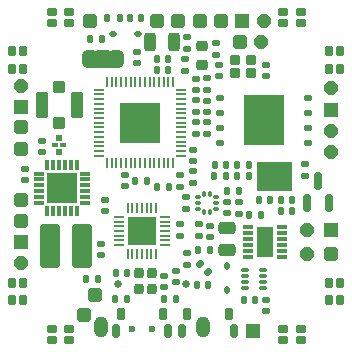
<source format=gbr>
%TF.GenerationSoftware,KiCad,Pcbnew,9.0.5*%
%TF.CreationDate,2025-10-07T19:58:41+02:00*%
%TF.ProjectId,Kolibri v0.6,4b6f6c69-6272-4692-9076-302e362e6b69,rev?*%
%TF.SameCoordinates,Original*%
%TF.FileFunction,Soldermask,Top*%
%TF.FilePolarity,Negative*%
%FSLAX46Y46*%
G04 Gerber Fmt 4.6, Leading zero omitted, Abs format (unit mm)*
G04 Created by KiCad (PCBNEW 9.0.5) date 2025-10-07 19:58:41*
%MOMM*%
%LPD*%
G01*
G04 APERTURE LIST*
G04 Aperture macros list*
%AMRoundRect*
0 Rectangle with rounded corners*
0 $1 Rounding radius*
0 $2 $3 $4 $5 $6 $7 $8 $9 X,Y pos of 4 corners*
0 Add a 4 corners polygon primitive as box body*
4,1,4,$2,$3,$4,$5,$6,$7,$8,$9,$2,$3,0*
0 Add four circle primitives for the rounded corners*
1,1,$1+$1,$2,$3*
1,1,$1+$1,$4,$5*
1,1,$1+$1,$6,$7*
1,1,$1+$1,$8,$9*
0 Add four rect primitives between the rounded corners*
20,1,$1+$1,$2,$3,$4,$5,0*
20,1,$1+$1,$4,$5,$6,$7,0*
20,1,$1+$1,$6,$7,$8,$9,0*
20,1,$1+$1,$8,$9,$2,$3,0*%
%AMOutline5P*
0 Free polygon, 5 corners , with rotation*
0 The origin of the aperture is its center*
0 number of corners: always 5*
0 $1 to $10 corner X, Y*
0 $11 Rotation angle, in degrees counterclockwise*
0 create outline with 5 corners*
4,1,5,$1,$2,$3,$4,$5,$6,$7,$8,$9,$10,$1,$2,$11*%
%AMOutline6P*
0 Free polygon, 6 corners , with rotation*
0 The origin of the aperture is its center*
0 number of corners: always 6*
0 $1 to $12 corner X, Y*
0 $13 Rotation angle, in degrees counterclockwise*
0 create outline with 6 corners*
4,1,6,$1,$2,$3,$4,$5,$6,$7,$8,$9,$10,$11,$12,$1,$2,$13*%
%AMOutline7P*
0 Free polygon, 7 corners , with rotation*
0 The origin of the aperture is its center*
0 number of corners: always 7*
0 $1 to $14 corner X, Y*
0 $15 Rotation angle, in degrees counterclockwise*
0 create outline with 7 corners*
4,1,7,$1,$2,$3,$4,$5,$6,$7,$8,$9,$10,$11,$12,$13,$14,$1,$2,$15*%
%AMOutline8P*
0 Free polygon, 8 corners , with rotation*
0 The origin of the aperture is its center*
0 number of corners: always 8*
0 $1 to $16 corner X, Y*
0 $17 Rotation angle, in degrees counterclockwise*
0 create outline with 8 corners*
4,1,8,$1,$2,$3,$4,$5,$6,$7,$8,$9,$10,$11,$12,$13,$14,$15,$16,$1,$2,$17*%
%AMFreePoly0*
4,1,23,0.550000,-0.750000,0.000000,-0.750000,0.000000,-0.745722,-0.065263,-0.745722,-0.191342,-0.711940,-0.304381,-0.646677,-0.396677,-0.554381,-0.461940,-0.441342,-0.495722,-0.315263,-0.495722,-0.250000,-0.500000,-0.250000,-0.500000,0.250000,-0.495722,0.250000,-0.495722,0.315263,-0.461940,0.441342,-0.396677,0.554381,-0.304381,0.646677,-0.191342,0.711940,-0.065263,0.745722,0.000000,0.745722,
0.000000,0.750000,0.550000,0.750000,0.550000,-0.750000,0.550000,-0.750000,$1*%
%AMFreePoly1*
4,1,23,0.000000,0.745722,0.065263,0.745722,0.191342,0.711940,0.304381,0.646677,0.396677,0.554381,0.461940,0.441342,0.495722,0.315263,0.495722,0.250000,0.500000,0.250000,0.500000,-0.250000,0.495722,-0.250000,0.495722,-0.315263,0.461940,-0.441342,0.396677,-0.554381,0.304381,-0.646677,0.191342,-0.711940,0.065263,-0.745722,0.000000,-0.745722,0.000000,-0.750000,-0.550000,-0.750000,
-0.550000,0.750000,0.000000,0.750000,0.000000,0.745722,0.000000,0.745722,$1*%
G04 Aperture macros list end*
%ADD10RoundRect,0.135000X-0.185000X0.135000X-0.185000X-0.135000X0.185000X-0.135000X0.185000X0.135000X0*%
%ADD11RoundRect,0.300000X-0.300000X-0.300000X0.300000X-0.300000X0.300000X0.300000X-0.300000X0.300000X0*%
%ADD12RoundRect,0.147500X0.172500X-0.147500X0.172500X0.147500X-0.172500X0.147500X-0.172500X-0.147500X0*%
%ADD13RoundRect,0.097500X-0.302500X-0.227500X0.302500X-0.227500X0.302500X0.227500X-0.302500X0.227500X0*%
%ADD14RoundRect,0.140000X-0.140000X-0.170000X0.140000X-0.170000X0.140000X0.170000X-0.140000X0.170000X0*%
%ADD15Outline8P,-0.600000X0.240000X-0.240000X0.600000X0.240000X0.600000X0.600000X0.240000X0.600000X-0.240000X0.240000X-0.600000X-0.240000X-0.600000X-0.600000X-0.240000X90.000000*%
%ADD16R,0.850000X0.300000*%
%ADD17R,0.300000X0.850000*%
%ADD18R,2.650000X2.650000*%
%ADD19RoundRect,0.135000X-0.135000X-0.185000X0.135000X-0.185000X0.135000X0.185000X-0.135000X0.185000X0*%
%ADD20R,1.200000X1.200000*%
%ADD21RoundRect,0.140000X-0.170000X0.140000X-0.170000X-0.140000X0.170000X-0.140000X0.170000X0.140000X0*%
%ADD22RoundRect,0.140000X0.140000X0.170000X-0.140000X0.170000X-0.140000X-0.170000X0.140000X-0.170000X0*%
%ADD23RoundRect,0.250000X0.600000X1.600000X-0.600000X1.600000X-0.600000X-1.600000X0.600000X-1.600000X0*%
%ADD24RoundRect,0.140000X0.170000X-0.140000X0.170000X0.140000X-0.170000X0.140000X-0.170000X-0.140000X0*%
%ADD25Outline8P,-0.600000X0.240000X-0.240000X0.600000X0.240000X0.600000X0.600000X0.240000X0.600000X-0.240000X0.240000X-0.600000X-0.240000X-0.600000X-0.600000X-0.240000X0.000000*%
%ADD26RoundRect,0.112500X-0.112500X0.187500X-0.112500X-0.187500X0.112500X-0.187500X0.112500X0.187500X0*%
%ADD27R,0.900000X0.300000*%
%ADD28R,1.400000X2.600000*%
%ADD29RoundRect,0.097500X-0.227500X0.302500X-0.227500X-0.302500X0.227500X-0.302500X0.227500X0.302500X0*%
%ADD30RoundRect,0.135000X0.135000X0.185000X-0.135000X0.185000X-0.135000X-0.185000X0.135000X-0.185000X0*%
%ADD31RoundRect,0.135000X0.185000X-0.135000X0.185000X0.135000X-0.185000X0.135000X-0.185000X-0.135000X0*%
%ADD32C,0.600000*%
%ADD33RoundRect,0.175000X-0.175000X-0.375000X0.175000X-0.375000X0.175000X0.375000X-0.175000X0.375000X0*%
%ADD34RoundRect,0.150000X-0.150000X-0.450000X0.150000X-0.450000X0.150000X0.450000X-0.150000X0.450000X0*%
%ADD35RoundRect,0.100000X0.400000X0.400000X-0.400000X0.400000X-0.400000X-0.400000X0.400000X-0.400000X0*%
%ADD36RoundRect,0.105000X0.420000X0.995000X-0.420000X0.995000X-0.420000X-0.995000X0.420000X-0.995000X0*%
%ADD37RoundRect,0.112500X-0.187500X-0.112500X0.187500X-0.112500X0.187500X0.112500X-0.187500X0.112500X0*%
%ADD38RoundRect,0.097500X0.302500X0.227500X-0.302500X0.227500X-0.302500X-0.227500X0.302500X-0.227500X0*%
%ADD39RoundRect,0.250000X-0.250000X-0.550000X0.250000X-0.550000X0.250000X0.550000X-0.250000X0.550000X0*%
%ADD40RoundRect,0.147500X-0.226274X-0.017678X-0.017678X-0.226274X0.226274X0.017678X0.017678X0.226274X0*%
%ADD41FreePoly0,180.000000*%
%ADD42R,1.000000X1.500000*%
%ADD43FreePoly1,180.000000*%
%ADD44RoundRect,0.200000X-0.250000X-0.200000X0.250000X-0.200000X0.250000X0.200000X-0.250000X0.200000X0*%
%ADD45RoundRect,0.112500X-0.250000X-0.112500X0.250000X-0.112500X0.250000X0.112500X-0.250000X0.112500X0*%
%ADD46RoundRect,0.112500X-0.112500X-0.250000X0.112500X-0.250000X0.112500X0.250000X-0.112500X0.250000X0*%
%ADD47RoundRect,0.050000X-0.285000X-0.100000X0.285000X-0.100000X0.285000X0.100000X-0.285000X0.100000X0*%
%ADD48RoundRect,0.200000X0.200000X-0.250000X0.200000X0.250000X-0.200000X0.250000X-0.200000X-0.250000X0*%
%ADD49RoundRect,0.087500X0.087500X-0.125000X0.087500X0.125000X-0.087500X0.125000X-0.087500X-0.125000X0*%
%ADD50RoundRect,0.087500X0.125000X-0.087500X0.125000X0.087500X-0.125000X0.087500X-0.125000X-0.087500X0*%
%ADD51RoundRect,0.050000X0.387500X-0.050000X0.387500X0.050000X-0.387500X0.050000X-0.387500X-0.050000X0*%
%ADD52RoundRect,0.050000X-0.050000X-0.387500X0.050000X-0.387500X0.050000X0.387500X-0.050000X0.387500X0*%
%ADD53R,3.400000X3.400000*%
%ADD54RoundRect,0.125000X0.200000X0.125000X-0.200000X0.125000X-0.200000X-0.125000X0.200000X-0.125000X0*%
%ADD55R,3.400000X4.300000*%
%ADD56RoundRect,0.218750X0.256250X-0.218750X0.256250X0.218750X-0.256250X0.218750X-0.256250X-0.218750X0*%
%ADD57RoundRect,0.147500X-0.172500X0.147500X-0.172500X-0.147500X0.172500X-0.147500X0.172500X0.147500X0*%
%ADD58RoundRect,0.250000X0.475000X-0.250000X0.475000X0.250000X-0.475000X0.250000X-0.475000X-0.250000X0*%
%ADD59RoundRect,0.150000X0.150000X-0.587500X0.150000X0.587500X-0.150000X0.587500X-0.150000X-0.587500X0*%
%ADD60R,0.550000X0.550000*%
%ADD61R,0.500000X0.300000*%
%ADD62RoundRect,0.062500X0.350000X0.062500X-0.350000X0.062500X-0.350000X-0.062500X0.350000X-0.062500X0*%
%ADD63RoundRect,0.062500X0.062500X0.350000X-0.062500X0.350000X-0.062500X-0.350000X0.062500X-0.350000X0*%
%ADD64R,2.400000X2.400000*%
%ADD65RoundRect,0.097500X0.227500X-0.302500X0.227500X0.302500X-0.227500X0.302500X-0.227500X-0.302500X0*%
%ADD66C,0.650000*%
%ADD67O,1.200000X1.800000*%
G04 APERTURE END LIST*
%TO.C,JP1*%
G36*
X94550000Y-90892500D02*
G01*
X93050000Y-90892500D01*
X93050000Y-89392500D01*
X94550000Y-89392500D01*
X94550000Y-90892500D01*
G37*
%TD*%
D10*
%TO.C,R1*%
X105300000Y-102190000D03*
X105300000Y-103210000D03*
%TD*%
D11*
%TO.C,P16*%
X92200000Y-111800000D03*
%TD*%
D12*
%TO.C,L4*%
X99950000Y-108985000D03*
X99950000Y-108015000D03*
%TD*%
D13*
%TO.C,D9*%
X109050000Y-86125000D03*
X110550000Y-86125000D03*
X109050000Y-87075000D03*
X110550000Y-87075000D03*
%TD*%
D14*
%TO.C,C38*%
X94870000Y-108250000D03*
X95830000Y-108250000D03*
%TD*%
D15*
%TO.C,P25*%
X86900000Y-92400000D03*
%TD*%
D16*
%TO.C,IC1*%
X88400000Y-99800000D03*
X88400000Y-100300000D03*
X88400000Y-100800000D03*
X88400000Y-101300000D03*
X88400000Y-101800000D03*
X88400000Y-102300000D03*
D17*
X89100000Y-103000000D03*
X89600000Y-103000000D03*
X90100000Y-103000000D03*
X90600000Y-103000000D03*
X91100000Y-103000000D03*
X91600000Y-103000000D03*
D16*
X92300000Y-102300000D03*
X92300000Y-101800000D03*
X92300000Y-101300000D03*
X92300000Y-100800000D03*
X92300000Y-100300000D03*
X92300000Y-99800000D03*
D17*
X91600000Y-99100000D03*
X91100000Y-99100000D03*
X90600000Y-99100000D03*
X90100000Y-99100000D03*
X89600000Y-99100000D03*
X89100000Y-99100000D03*
D18*
X90350000Y-101050000D03*
%TD*%
D19*
%TO.C,R2*%
X106190000Y-103300000D03*
X107210000Y-103300000D03*
%TD*%
D11*
%TO.C,P10*%
X103800000Y-86900000D03*
%TD*%
D20*
%TO.C,P24*%
X113100000Y-94400000D03*
%TD*%
D21*
%TO.C,C81*%
X110950000Y-99020000D03*
X110950000Y-99980000D03*
%TD*%
D20*
%TO.C,P26*%
X113100000Y-104600000D03*
%TD*%
D22*
%TO.C,C35*%
X99380000Y-100900000D03*
X98420000Y-100900000D03*
%TD*%
D23*
%TO.C,L8*%
X92050000Y-105950000D03*
X89350000Y-105950000D03*
%TD*%
D22*
%TO.C,C22*%
X109830000Y-103000000D03*
X108870000Y-103000000D03*
%TD*%
D24*
%TO.C,C30*%
X96700000Y-90430000D03*
X96700000Y-89470000D03*
%TD*%
D14*
%TO.C,C87*%
X107020000Y-102050000D03*
X107980000Y-102050000D03*
%TD*%
D25*
%TO.C,P30*%
X111100000Y-106600000D03*
%TD*%
D26*
%TO.C,D13*%
X104300000Y-107600000D03*
X104300000Y-109700000D03*
%TD*%
D24*
%TO.C,C14*%
X95650000Y-100880000D03*
X95650000Y-99920000D03*
%TD*%
D27*
%TO.C,IC5*%
X106050000Y-104350000D03*
X106050000Y-104850000D03*
X106050000Y-105350000D03*
X106050000Y-105850000D03*
X106050000Y-106350000D03*
X106050000Y-106850000D03*
X108950000Y-106850000D03*
X108950000Y-106350000D03*
X108950000Y-105850000D03*
X108950000Y-105350000D03*
X108950000Y-104850000D03*
X108950000Y-104350000D03*
D28*
X107500000Y-105600000D03*
%TD*%
D29*
%TO.C,D8*%
X113875000Y-89450000D03*
X113875000Y-90950000D03*
X112925000Y-89450000D03*
X112925000Y-90950000D03*
%TD*%
D20*
%TO.C,P27*%
X86900000Y-105600000D03*
%TD*%
D24*
%TO.C,C79*%
X107650000Y-91580000D03*
X107650000Y-90620000D03*
%TD*%
D22*
%TO.C,C21*%
X109830000Y-102050000D03*
X108870000Y-102050000D03*
%TD*%
D30*
%TO.C,R4*%
X97560000Y-100450000D03*
X96540000Y-100450000D03*
%TD*%
D11*
%TO.C,P19*%
X98400000Y-86900000D03*
%TD*%
D21*
%TO.C,C31*%
X107600000Y-110470000D03*
X107600000Y-111430000D03*
%TD*%
D22*
%TO.C,C32*%
X102730000Y-109250000D03*
X101770000Y-109250000D03*
%TD*%
D24*
%TO.C,C77*%
X101700000Y-92730000D03*
X101700000Y-91770000D03*
%TD*%
D29*
%TO.C,D3*%
X87075000Y-89450000D03*
X87075000Y-90950000D03*
X86125000Y-89450000D03*
X86125000Y-90950000D03*
%TD*%
D31*
%TO.C,R24*%
X101700000Y-94610000D03*
X101700000Y-93590000D03*
%TD*%
D32*
%TO.C,SW1*%
X96250000Y-113000000D03*
X97950000Y-113000000D03*
D33*
X95350000Y-111700000D03*
X98850000Y-111700000D03*
D34*
X99300000Y-113150000D03*
X94900000Y-113150000D03*
%TD*%
D25*
%TO.C,P31*%
X86900000Y-107400000D03*
%TD*%
D20*
%TO.C,P40*%
X106500000Y-113100000D03*
%TD*%
D24*
%TO.C,C80*%
X103650000Y-91580000D03*
X103650000Y-90620000D03*
%TD*%
D11*
%TO.C,P7*%
X86900000Y-103800000D03*
%TD*%
D35*
%TO.C,J3*%
X90100000Y-95500000D03*
D36*
X88625000Y-94000000D03*
D35*
X90100000Y-92500000D03*
D36*
X91575000Y-94000000D03*
%TD*%
D20*
%TO.C,P23*%
X86900000Y-94200000D03*
%TD*%
D21*
%TO.C,C11*%
X100750000Y-90120000D03*
X100750000Y-91080000D03*
%TD*%
D30*
%TO.C,R6*%
X95860000Y-110450000D03*
X94840000Y-110450000D03*
%TD*%
D31*
%TO.C,R25*%
X102650000Y-92760000D03*
X102650000Y-91740000D03*
%TD*%
D37*
%TO.C,D12*%
X94650000Y-88000000D03*
X96750000Y-88000000D03*
%TD*%
D38*
%TO.C,D5*%
X90950000Y-113875000D03*
X89450000Y-113875000D03*
X90950000Y-112925000D03*
X89450000Y-112925000D03*
%TD*%
D21*
%TO.C,C86*%
X102650000Y-95470000D03*
X102650000Y-96430000D03*
%TD*%
D14*
%TO.C,C13*%
X98370000Y-91050000D03*
X99330000Y-91050000D03*
%TD*%
D39*
%TO.C,L1*%
X97800000Y-88700000D03*
X99800000Y-88700000D03*
%TD*%
D40*
%TO.C,L3*%
X102007053Y-107457053D03*
X102692947Y-108142947D03*
%TD*%
D41*
%TO.C,JP1*%
X95100000Y-90142500D03*
D42*
X93800000Y-90142500D03*
D43*
X92500000Y-90142500D03*
%TD*%
D44*
%TO.C,Y4*%
X104950000Y-91300000D03*
X106350000Y-91300000D03*
X106350000Y-90200000D03*
X104950000Y-90200000D03*
%TD*%
D19*
%TO.C,R18*%
X92340000Y-108700000D03*
X93360000Y-108700000D03*
%TD*%
D24*
%TO.C,C23*%
X100850000Y-102780000D03*
X100850000Y-101820000D03*
%TD*%
%TO.C,C67*%
X102900000Y-105180000D03*
X102900000Y-104220000D03*
%TD*%
D21*
%TO.C,C56*%
X101400000Y-97770000D03*
X101400000Y-98730000D03*
%TD*%
%TO.C,C39*%
X99000000Y-108470000D03*
X99000000Y-109430000D03*
%TD*%
D25*
%TO.C,P29*%
X107400000Y-86900000D03*
%TD*%
D11*
%TO.C,P9*%
X86900000Y-97700000D03*
%TD*%
%TO.C,P5*%
X102000000Y-86900000D03*
%TD*%
%TO.C,P6*%
X86900000Y-102000000D03*
%TD*%
D25*
%TO.C,P34*%
X113100000Y-92600000D03*
%TD*%
D14*
%TO.C,C12*%
X98370000Y-90100000D03*
X99330000Y-90100000D03*
%TD*%
D45*
%TO.C,U12*%
X107187500Y-99300000D03*
X107187500Y-99800000D03*
X107187500Y-100300000D03*
X107187500Y-100800000D03*
D46*
X107850000Y-100962500D03*
X108350000Y-100962500D03*
X108850000Y-100962500D03*
D45*
X109512500Y-100800000D03*
X109512500Y-100300000D03*
X109512500Y-99800000D03*
X109512500Y-99300000D03*
D46*
X108850000Y-99137500D03*
X108350000Y-99137500D03*
X107850000Y-99137500D03*
%TD*%
D14*
%TO.C,C83*%
X105720000Y-110500000D03*
X106680000Y-110500000D03*
%TD*%
D47*
%TO.C,U4*%
X105860000Y-107987500D03*
X105860000Y-108487500D03*
X105860000Y-108987500D03*
X105860000Y-109487500D03*
X107340000Y-109487500D03*
X107340000Y-108987500D03*
X107340000Y-108487500D03*
X107340000Y-107987500D03*
%TD*%
D48*
%TO.C,Y2*%
X97950000Y-109600000D03*
X97950000Y-108200000D03*
X96850000Y-108200000D03*
X96850000Y-109600000D03*
%TD*%
D11*
%TO.C,P38*%
X113100000Y-106600000D03*
%TD*%
D24*
%TO.C,C70*%
X93650000Y-106730000D03*
X93650000Y-105770000D03*
%TD*%
D49*
%TO.C,U11*%
X102350000Y-103062500D03*
X102850000Y-103062500D03*
D50*
X103362500Y-102800000D03*
X103362500Y-102300000D03*
X103362500Y-101800000D03*
D49*
X102850000Y-101537500D03*
X102350000Y-101537500D03*
D50*
X101837500Y-101800000D03*
X101837500Y-102300000D03*
X101837500Y-102800000D03*
%TD*%
D51*
%TO.C,U1*%
X93512500Y-92700000D03*
X93512500Y-93100000D03*
X93512500Y-93500000D03*
X93512500Y-93900000D03*
X93512500Y-94300000D03*
X93512500Y-94700000D03*
X93512500Y-95100000D03*
X93512500Y-95500000D03*
X93512500Y-95900000D03*
X93512500Y-96300000D03*
X93512500Y-96700000D03*
X93512500Y-97100000D03*
X93512500Y-97500000D03*
X93512500Y-97900000D03*
X93512500Y-98300000D03*
D52*
X94150000Y-98937500D03*
X94550000Y-98937500D03*
X94950000Y-98937500D03*
X95350000Y-98937500D03*
X95750000Y-98937500D03*
X96150000Y-98937500D03*
X96550000Y-98937500D03*
X96950000Y-98937500D03*
X97350000Y-98937500D03*
X97750000Y-98937500D03*
X98150000Y-98937500D03*
X98550000Y-98937500D03*
X98950000Y-98937500D03*
X99350000Y-98937500D03*
X99750000Y-98937500D03*
D51*
X100387500Y-98300000D03*
X100387500Y-97900000D03*
X100387500Y-97500000D03*
X100387500Y-97100000D03*
X100387500Y-96700000D03*
X100387500Y-96300000D03*
X100387500Y-95900000D03*
X100387500Y-95500000D03*
X100387500Y-95100000D03*
X100387500Y-94700000D03*
X100387500Y-94300000D03*
X100387500Y-93900000D03*
X100387500Y-93500000D03*
X100387500Y-93100000D03*
X100387500Y-92700000D03*
D52*
X99750000Y-92062500D03*
X99350000Y-92062500D03*
X98950000Y-92062500D03*
X98550000Y-92062500D03*
X98150000Y-92062500D03*
X97750000Y-92062500D03*
X97350000Y-92062500D03*
X96950000Y-92062500D03*
X96550000Y-92062500D03*
X96150000Y-92062500D03*
X95750000Y-92062500D03*
X95350000Y-92062500D03*
X94950000Y-92062500D03*
X94550000Y-92062500D03*
X94150000Y-92062500D03*
D53*
X96950000Y-95500000D03*
%TD*%
D30*
%TO.C,R27*%
X95210000Y-86650000D03*
X94190000Y-86650000D03*
%TD*%
D33*
%TO.C,SW2*%
X100950000Y-111700000D03*
X104450000Y-111700000D03*
D34*
X104900000Y-113150000D03*
X100500000Y-113150000D03*
%TD*%
D19*
%TO.C,R41*%
X105140000Y-99050000D03*
X106160000Y-99050000D03*
%TD*%
D20*
%TO.C,P22*%
X105600000Y-86900000D03*
%TD*%
D24*
%TO.C,C43*%
X88650000Y-97980000D03*
X88650000Y-97020000D03*
%TD*%
D29*
%TO.C,D7*%
X113875000Y-109050000D03*
X113875000Y-110550000D03*
X112925000Y-109050000D03*
X112925000Y-110550000D03*
%TD*%
D31*
%TO.C,R22*%
X101400000Y-100610000D03*
X101400000Y-99590000D03*
%TD*%
D19*
%TO.C,R26*%
X92740000Y-88400000D03*
X93760000Y-88400000D03*
%TD*%
D10*
%TO.C,R9*%
X100300000Y-99890000D03*
X100300000Y-100910000D03*
%TD*%
D14*
%TO.C,C46*%
X103270000Y-99050000D03*
X104230000Y-99050000D03*
%TD*%
D30*
%TO.C,R23*%
X106160000Y-100000000D03*
X105140000Y-100000000D03*
%TD*%
D54*
%TO.C,U6*%
X111200000Y-97205000D03*
X111200000Y-95935000D03*
X111200000Y-94665000D03*
X111200000Y-93395000D03*
X103700000Y-93395000D03*
X103700000Y-94665000D03*
X103700000Y-95935000D03*
X103700000Y-97205000D03*
D55*
X107450000Y-95300000D03*
%TD*%
D56*
%TO.C,D16*%
X102200000Y-90587500D03*
X102200000Y-89012500D03*
%TD*%
D25*
%TO.C,P33*%
X113100000Y-96200000D03*
%TD*%
D11*
%TO.C,P8*%
X86900000Y-95900000D03*
%TD*%
D10*
%TO.C,R3*%
X100950000Y-88240000D03*
X100950000Y-89260000D03*
%TD*%
D57*
%TO.C,L2*%
X100300000Y-104115000D03*
X100300000Y-105085000D03*
%TD*%
D21*
%TO.C,C78*%
X102650000Y-93620000D03*
X102650000Y-94580000D03*
%TD*%
D58*
%TO.C,C68*%
X104350000Y-106300000D03*
X104350000Y-104400000D03*
%TD*%
D11*
%TO.C,P18*%
X100200000Y-86900000D03*
%TD*%
D10*
%TO.C,R15*%
X101950000Y-104090000D03*
X101950000Y-105110000D03*
%TD*%
D19*
%TO.C,R21*%
X103240000Y-100000000D03*
X104260000Y-100000000D03*
%TD*%
D31*
%TO.C,R30*%
X103400000Y-89760000D03*
X103400000Y-88740000D03*
%TD*%
D38*
%TO.C,D6*%
X110550000Y-113875000D03*
X109050000Y-113875000D03*
X110550000Y-112925000D03*
X109050000Y-112925000D03*
%TD*%
D11*
%TO.C,P17*%
X93100000Y-110050000D03*
%TD*%
D24*
%TO.C,C76*%
X101700000Y-96430000D03*
X101700000Y-95470000D03*
%TD*%
D30*
%TO.C,R16*%
X102910000Y-106300000D03*
X101890000Y-106300000D03*
%TD*%
D24*
%TO.C,C28*%
X94000000Y-102980000D03*
X94000000Y-102020000D03*
%TD*%
D59*
%TO.C,U2*%
X111050000Y-102287500D03*
X112950000Y-102287500D03*
X112000000Y-100412500D03*
%TD*%
D21*
%TO.C,C42*%
X87200000Y-99420000D03*
X87200000Y-100380000D03*
%TD*%
D13*
%TO.C,D2*%
X89450000Y-86125000D03*
X90950000Y-86125000D03*
X89450000Y-87075000D03*
X90950000Y-87075000D03*
%TD*%
D60*
%TO.C,FL1*%
X90100000Y-98000000D03*
D61*
X90450000Y-97400000D03*
D60*
X90100000Y-96800000D03*
D61*
X89750000Y-97400000D03*
%TD*%
D62*
%TO.C,U3*%
X99037500Y-105862500D03*
X99037500Y-105462500D03*
X99037500Y-105062500D03*
X99037500Y-104662500D03*
X99037500Y-104262500D03*
X99037500Y-103862500D03*
X99037500Y-103462500D03*
D63*
X98300000Y-102725000D03*
X97900000Y-102725000D03*
X97500000Y-102725000D03*
X97100000Y-102725000D03*
X96700000Y-102725000D03*
X96300000Y-102725000D03*
X95900000Y-102725000D03*
D62*
X95162500Y-103462500D03*
X95162500Y-103862500D03*
X95162500Y-104262500D03*
X95162500Y-104662500D03*
X95162500Y-105062500D03*
X95162500Y-105462500D03*
X95162500Y-105862500D03*
D63*
X95900000Y-106600000D03*
X96300000Y-106600000D03*
X96700000Y-106600000D03*
X97100000Y-106600000D03*
X97500000Y-106600000D03*
X97900000Y-106600000D03*
X98300000Y-106600000D03*
D64*
X97100000Y-104662500D03*
%TD*%
D22*
%TO.C,C73*%
X97030000Y-86650000D03*
X96070000Y-86650000D03*
%TD*%
D11*
%TO.C,P20*%
X92700000Y-86900000D03*
%TD*%
D65*
%TO.C,D4*%
X86125000Y-110550000D03*
X86125000Y-109050000D03*
X87075000Y-110550000D03*
X87075000Y-109050000D03*
%TD*%
D30*
%TO.C,R7*%
X105310000Y-101250000D03*
X104290000Y-101250000D03*
%TD*%
D25*
%TO.C,P39*%
X113100000Y-98000000D03*
%TD*%
%TO.C,P28*%
X107200000Y-88700000D03*
%TD*%
D21*
%TO.C,C37*%
X100900000Y-106570000D03*
X100900000Y-107530000D03*
%TD*%
D11*
%TO.C,P11*%
X105400000Y-88700000D03*
%TD*%
D19*
%TO.C,R5*%
X98940000Y-110450000D03*
X99960000Y-110450000D03*
%TD*%
D24*
%TO.C,C24*%
X104350000Y-103130000D03*
X104350000Y-102170000D03*
%TD*%
D25*
%TO.C,P32*%
X111100000Y-104600000D03*
%TD*%
D66*
%TO.C,J1*%
X100840000Y-109137500D03*
X95060000Y-109137500D03*
D67*
X102270000Y-112797500D03*
X93630000Y-112797500D03*
%TD*%
G36*
X109793039Y-98819685D02*
G01*
X109838794Y-98872489D01*
X109850000Y-98924000D01*
X109850000Y-101176000D01*
X109830315Y-101243039D01*
X109777511Y-101288794D01*
X109726000Y-101300000D01*
X106974000Y-101300000D01*
X106906961Y-101280315D01*
X106861206Y-101227511D01*
X106850000Y-101176000D01*
X106850000Y-98924000D01*
X106869685Y-98856961D01*
X106922489Y-98811206D01*
X106974000Y-98800000D01*
X109726000Y-98800000D01*
X109793039Y-98819685D01*
G37*
M02*

</source>
